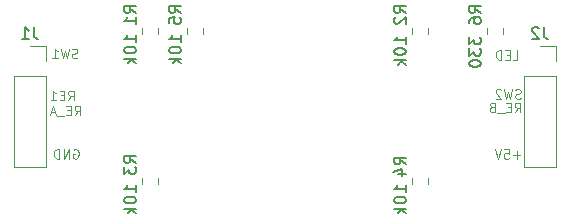
<source format=gbr>
G04 #@! TF.GenerationSoftware,KiCad,Pcbnew,(5.0.2-5)-5*
G04 #@! TF.CreationDate,2019-10-01T20:51:56+03:00*
G04 #@! TF.ProjectId,nav_panel,6e61765f-7061-46e6-956c-2e6b69636164,rev?*
G04 #@! TF.SameCoordinates,Original*
G04 #@! TF.FileFunction,Legend,Bot*
G04 #@! TF.FilePolarity,Positive*
%FSLAX46Y46*%
G04 Gerber Fmt 4.6, Leading zero omitted, Abs format (unit mm)*
G04 Created by KiCad (PCBNEW (5.0.2-5)-5) date 2019 October 01, Tuesday 20:51:56*
%MOMM*%
%LPD*%
G01*
G04 APERTURE LIST*
%ADD10C,0.120000*%
%ADD11C,0.150000*%
%ADD12C,0.130000*%
G04 APERTURE END LIST*
D10*
X168057380Y-90658904D02*
X168324047Y-90277952D01*
X168514523Y-90658904D02*
X168514523Y-89858904D01*
X168209761Y-89858904D01*
X168133571Y-89897000D01*
X168095476Y-89935095D01*
X168057380Y-90011285D01*
X168057380Y-90125571D01*
X168095476Y-90201761D01*
X168133571Y-90239857D01*
X168209761Y-90277952D01*
X168514523Y-90277952D01*
X167714523Y-90239857D02*
X167447857Y-90239857D01*
X167333571Y-90658904D02*
X167714523Y-90658904D01*
X167714523Y-89858904D01*
X167333571Y-89858904D01*
X167181190Y-90735095D02*
X166571666Y-90735095D01*
X166114523Y-90239857D02*
X166000238Y-90277952D01*
X165962142Y-90316047D01*
X165924047Y-90392238D01*
X165924047Y-90506523D01*
X165962142Y-90582714D01*
X166000238Y-90620809D01*
X166076428Y-90658904D01*
X166381190Y-90658904D01*
X166381190Y-89858904D01*
X166114523Y-89858904D01*
X166038333Y-89897000D01*
X166000238Y-89935095D01*
X165962142Y-90011285D01*
X165962142Y-90087476D01*
X166000238Y-90163666D01*
X166038333Y-90201761D01*
X166114523Y-90239857D01*
X166381190Y-90239857D01*
X168552619Y-89477809D02*
X168438333Y-89515904D01*
X168247857Y-89515904D01*
X168171666Y-89477809D01*
X168133571Y-89439714D01*
X168095476Y-89363523D01*
X168095476Y-89287333D01*
X168133571Y-89211142D01*
X168171666Y-89173047D01*
X168247857Y-89134952D01*
X168400238Y-89096857D01*
X168476428Y-89058761D01*
X168514523Y-89020666D01*
X168552619Y-88944476D01*
X168552619Y-88868285D01*
X168514523Y-88792095D01*
X168476428Y-88754000D01*
X168400238Y-88715904D01*
X168209761Y-88715904D01*
X168095476Y-88754000D01*
X167828809Y-88715904D02*
X167638333Y-89515904D01*
X167485952Y-88944476D01*
X167333571Y-89515904D01*
X167143095Y-88715904D01*
X166876428Y-88792095D02*
X166838333Y-88754000D01*
X166762142Y-88715904D01*
X166571666Y-88715904D01*
X166495476Y-88754000D01*
X166457380Y-88792095D01*
X166419285Y-88868285D01*
X166419285Y-88944476D01*
X166457380Y-89058761D01*
X166914523Y-89515904D01*
X166419285Y-89515904D01*
X167879571Y-86213904D02*
X168260523Y-86213904D01*
X168260523Y-85413904D01*
X167612904Y-85794857D02*
X167346238Y-85794857D01*
X167231952Y-86213904D02*
X167612904Y-86213904D01*
X167612904Y-85413904D01*
X167231952Y-85413904D01*
X166889095Y-86213904D02*
X166889095Y-85413904D01*
X166698619Y-85413904D01*
X166584333Y-85452000D01*
X166508142Y-85528190D01*
X166470047Y-85604380D01*
X166431952Y-85756761D01*
X166431952Y-85871047D01*
X166470047Y-86023428D01*
X166508142Y-86099619D01*
X166584333Y-86175809D01*
X166698619Y-86213904D01*
X166889095Y-86213904D01*
X168514523Y-94291142D02*
X167905000Y-94291142D01*
X168209761Y-94595904D02*
X168209761Y-93986380D01*
X167143095Y-93795904D02*
X167524047Y-93795904D01*
X167562142Y-94176857D01*
X167524047Y-94138761D01*
X167447857Y-94100666D01*
X167257380Y-94100666D01*
X167181190Y-94138761D01*
X167143095Y-94176857D01*
X167105000Y-94253047D01*
X167105000Y-94443523D01*
X167143095Y-94519714D01*
X167181190Y-94557809D01*
X167257380Y-94595904D01*
X167447857Y-94595904D01*
X167524047Y-94557809D01*
X167562142Y-94519714D01*
X166876428Y-93795904D02*
X166609761Y-94595904D01*
X166343095Y-93795904D01*
X130684571Y-93834000D02*
X130760761Y-93795904D01*
X130875047Y-93795904D01*
X130989333Y-93834000D01*
X131065523Y-93910190D01*
X131103619Y-93986380D01*
X131141714Y-94138761D01*
X131141714Y-94253047D01*
X131103619Y-94405428D01*
X131065523Y-94481619D01*
X130989333Y-94557809D01*
X130875047Y-94595904D01*
X130798857Y-94595904D01*
X130684571Y-94557809D01*
X130646476Y-94519714D01*
X130646476Y-94253047D01*
X130798857Y-94253047D01*
X130303619Y-94595904D02*
X130303619Y-93795904D01*
X129846476Y-94595904D01*
X129846476Y-93795904D01*
X129465523Y-94595904D02*
X129465523Y-93795904D01*
X129275047Y-93795904D01*
X129160761Y-93834000D01*
X129084571Y-93910190D01*
X129046476Y-93986380D01*
X129008380Y-94138761D01*
X129008380Y-94253047D01*
X129046476Y-94405428D01*
X129084571Y-94481619D01*
X129160761Y-94557809D01*
X129275047Y-94595904D01*
X129465523Y-94595904D01*
X130773428Y-90912904D02*
X131040095Y-90531952D01*
X131230571Y-90912904D02*
X131230571Y-90112904D01*
X130925809Y-90112904D01*
X130849619Y-90151000D01*
X130811523Y-90189095D01*
X130773428Y-90265285D01*
X130773428Y-90379571D01*
X130811523Y-90455761D01*
X130849619Y-90493857D01*
X130925809Y-90531952D01*
X131230571Y-90531952D01*
X130430571Y-90493857D02*
X130163904Y-90493857D01*
X130049619Y-90912904D02*
X130430571Y-90912904D01*
X130430571Y-90112904D01*
X130049619Y-90112904D01*
X129897238Y-90989095D02*
X129287714Y-90989095D01*
X129135333Y-90684333D02*
X128754380Y-90684333D01*
X129211523Y-90912904D02*
X128944857Y-90112904D01*
X128678190Y-90912904D01*
X130240095Y-89642904D02*
X130506761Y-89261952D01*
X130697238Y-89642904D02*
X130697238Y-88842904D01*
X130392476Y-88842904D01*
X130316285Y-88881000D01*
X130278190Y-88919095D01*
X130240095Y-88995285D01*
X130240095Y-89109571D01*
X130278190Y-89185761D01*
X130316285Y-89223857D01*
X130392476Y-89261952D01*
X130697238Y-89261952D01*
X129897238Y-89223857D02*
X129630571Y-89223857D01*
X129516285Y-89642904D02*
X129897238Y-89642904D01*
X129897238Y-88842904D01*
X129516285Y-88842904D01*
X128754380Y-89642904D02*
X129211523Y-89642904D01*
X128982952Y-89642904D02*
X128982952Y-88842904D01*
X129059142Y-88957190D01*
X129135333Y-89033380D01*
X129211523Y-89071476D01*
X131014714Y-86048809D02*
X130900428Y-86086904D01*
X130709952Y-86086904D01*
X130633761Y-86048809D01*
X130595666Y-86010714D01*
X130557571Y-85934523D01*
X130557571Y-85858333D01*
X130595666Y-85782142D01*
X130633761Y-85744047D01*
X130709952Y-85705952D01*
X130862333Y-85667857D01*
X130938523Y-85629761D01*
X130976619Y-85591666D01*
X131014714Y-85515476D01*
X131014714Y-85439285D01*
X130976619Y-85363095D01*
X130938523Y-85325000D01*
X130862333Y-85286904D01*
X130671857Y-85286904D01*
X130557571Y-85325000D01*
X130290904Y-85286904D02*
X130100428Y-86086904D01*
X129948047Y-85515476D01*
X129795666Y-86086904D01*
X129605190Y-85286904D01*
X128881380Y-86086904D02*
X129338523Y-86086904D01*
X129109952Y-86086904D02*
X129109952Y-85286904D01*
X129186142Y-85401190D01*
X129262333Y-85477380D01*
X129338523Y-85515476D01*
G04 #@! TO.C,R1*
X137870000Y-84081252D02*
X137870000Y-83558748D01*
X136450000Y-84081252D02*
X136450000Y-83558748D01*
G04 #@! TO.C,R2*
X159310000Y-84081252D02*
X159310000Y-83558748D01*
X160730000Y-84081252D02*
X160730000Y-83558748D01*
G04 #@! TO.C,R3*
X136450000Y-96258748D02*
X136450000Y-96781252D01*
X137870000Y-96258748D02*
X137870000Y-96781252D01*
G04 #@! TO.C,R4*
X159310000Y-96258748D02*
X159310000Y-96781252D01*
X160730000Y-96258748D02*
X160730000Y-96781252D01*
G04 #@! TO.C,R5*
X140260000Y-84081252D02*
X140260000Y-83558748D01*
X141680000Y-84081252D02*
X141680000Y-83558748D01*
G04 #@! TO.C,R6*
X167080000Y-83558748D02*
X167080000Y-84081252D01*
X165660000Y-83558748D02*
X165660000Y-84081252D01*
G04 #@! TO.C,J1*
X128330000Y-95310000D02*
X125670000Y-95310000D01*
X128330000Y-87630000D02*
X128330000Y-95310000D01*
X125670000Y-87630000D02*
X125670000Y-95310000D01*
X128330000Y-87630000D02*
X125670000Y-87630000D01*
X128330000Y-86360000D02*
X128330000Y-85030000D01*
X128330000Y-85030000D02*
X127000000Y-85030000D01*
G04 #@! TO.C,J2*
X171510000Y-85030000D02*
X170180000Y-85030000D01*
X171510000Y-86360000D02*
X171510000Y-85030000D01*
X171510000Y-87630000D02*
X168850000Y-87630000D01*
X168850000Y-87630000D02*
X168850000Y-95310000D01*
X171510000Y-87630000D02*
X171510000Y-95310000D01*
X171510000Y-95310000D02*
X168850000Y-95310000D01*
G04 #@! TO.C,R1*
D11*
X135961380Y-82256333D02*
X135485190Y-81923000D01*
X135961380Y-81684904D02*
X134961380Y-81684904D01*
X134961380Y-82065857D01*
X135009000Y-82161095D01*
X135056619Y-82208714D01*
X135151857Y-82256333D01*
X135294714Y-82256333D01*
X135389952Y-82208714D01*
X135437571Y-82161095D01*
X135485190Y-82065857D01*
X135485190Y-81684904D01*
X135961380Y-83208714D02*
X135961380Y-82637285D01*
X135961380Y-82923000D02*
X134961380Y-82923000D01*
X135104238Y-82827761D01*
X135199476Y-82732523D01*
X135247095Y-82637285D01*
D12*
X135961380Y-84748761D02*
X135961380Y-84177333D01*
X135961380Y-84463047D02*
X134961380Y-84463047D01*
X135104238Y-84367809D01*
X135199476Y-84272571D01*
X135247095Y-84177333D01*
X134961380Y-85367809D02*
X134961380Y-85463047D01*
X135009000Y-85558285D01*
X135056619Y-85605904D01*
X135151857Y-85653523D01*
X135342333Y-85701142D01*
X135580428Y-85701142D01*
X135770904Y-85653523D01*
X135866142Y-85605904D01*
X135913761Y-85558285D01*
X135961380Y-85463047D01*
X135961380Y-85367809D01*
X135913761Y-85272571D01*
X135866142Y-85224952D01*
X135770904Y-85177333D01*
X135580428Y-85129714D01*
X135342333Y-85129714D01*
X135151857Y-85177333D01*
X135056619Y-85224952D01*
X135009000Y-85272571D01*
X134961380Y-85367809D01*
X135961380Y-86129714D02*
X134961380Y-86129714D01*
X135580428Y-86224952D02*
X135961380Y-86510666D01*
X135294714Y-86510666D02*
X135675666Y-86129714D01*
G04 #@! TO.C,R2*
D11*
X158821380Y-82256333D02*
X158345190Y-81923000D01*
X158821380Y-81684904D02*
X157821380Y-81684904D01*
X157821380Y-82065857D01*
X157869000Y-82161095D01*
X157916619Y-82208714D01*
X158011857Y-82256333D01*
X158154714Y-82256333D01*
X158249952Y-82208714D01*
X158297571Y-82161095D01*
X158345190Y-82065857D01*
X158345190Y-81684904D01*
X157916619Y-82637285D02*
X157869000Y-82684904D01*
X157821380Y-82780142D01*
X157821380Y-83018238D01*
X157869000Y-83113476D01*
X157916619Y-83161095D01*
X158011857Y-83208714D01*
X158107095Y-83208714D01*
X158249952Y-83161095D01*
X158821380Y-82589666D01*
X158821380Y-83208714D01*
D12*
X158821380Y-84875761D02*
X158821380Y-84304333D01*
X158821380Y-84590047D02*
X157821380Y-84590047D01*
X157964238Y-84494809D01*
X158059476Y-84399571D01*
X158107095Y-84304333D01*
X157821380Y-85494809D02*
X157821380Y-85590047D01*
X157869000Y-85685285D01*
X157916619Y-85732904D01*
X158011857Y-85780523D01*
X158202333Y-85828142D01*
X158440428Y-85828142D01*
X158630904Y-85780523D01*
X158726142Y-85732904D01*
X158773761Y-85685285D01*
X158821380Y-85590047D01*
X158821380Y-85494809D01*
X158773761Y-85399571D01*
X158726142Y-85351952D01*
X158630904Y-85304333D01*
X158440428Y-85256714D01*
X158202333Y-85256714D01*
X158011857Y-85304333D01*
X157916619Y-85351952D01*
X157869000Y-85399571D01*
X157821380Y-85494809D01*
X158821380Y-86256714D02*
X157821380Y-86256714D01*
X158440428Y-86351952D02*
X158821380Y-86637666D01*
X158154714Y-86637666D02*
X158535666Y-86256714D01*
G04 #@! TO.C,R3*
D11*
X135962380Y-94956333D02*
X135486190Y-94623000D01*
X135962380Y-94384904D02*
X134962380Y-94384904D01*
X134962380Y-94765857D01*
X135010000Y-94861095D01*
X135057619Y-94908714D01*
X135152857Y-94956333D01*
X135295714Y-94956333D01*
X135390952Y-94908714D01*
X135438571Y-94861095D01*
X135486190Y-94765857D01*
X135486190Y-94384904D01*
X134962380Y-95289666D02*
X134962380Y-95908714D01*
X135343333Y-95575380D01*
X135343333Y-95718238D01*
X135390952Y-95813476D01*
X135438571Y-95861095D01*
X135533809Y-95908714D01*
X135771904Y-95908714D01*
X135867142Y-95861095D01*
X135914761Y-95813476D01*
X135962380Y-95718238D01*
X135962380Y-95432523D01*
X135914761Y-95337285D01*
X135867142Y-95289666D01*
D12*
X135961380Y-97448761D02*
X135961380Y-96877333D01*
X135961380Y-97163047D02*
X134961380Y-97163047D01*
X135104238Y-97067809D01*
X135199476Y-96972571D01*
X135247095Y-96877333D01*
X134961380Y-98067809D02*
X134961380Y-98163047D01*
X135009000Y-98258285D01*
X135056619Y-98305904D01*
X135151857Y-98353523D01*
X135342333Y-98401142D01*
X135580428Y-98401142D01*
X135770904Y-98353523D01*
X135866142Y-98305904D01*
X135913761Y-98258285D01*
X135961380Y-98163047D01*
X135961380Y-98067809D01*
X135913761Y-97972571D01*
X135866142Y-97924952D01*
X135770904Y-97877333D01*
X135580428Y-97829714D01*
X135342333Y-97829714D01*
X135151857Y-97877333D01*
X135056619Y-97924952D01*
X135009000Y-97972571D01*
X134961380Y-98067809D01*
X135961380Y-98829714D02*
X134961380Y-98829714D01*
X135580428Y-98924952D02*
X135961380Y-99210666D01*
X135294714Y-99210666D02*
X135675666Y-98829714D01*
G04 #@! TO.C,R4*
D11*
X158821380Y-95083333D02*
X158345190Y-94750000D01*
X158821380Y-94511904D02*
X157821380Y-94511904D01*
X157821380Y-94892857D01*
X157869000Y-94988095D01*
X157916619Y-95035714D01*
X158011857Y-95083333D01*
X158154714Y-95083333D01*
X158249952Y-95035714D01*
X158297571Y-94988095D01*
X158345190Y-94892857D01*
X158345190Y-94511904D01*
X158154714Y-95940476D02*
X158821380Y-95940476D01*
X157773761Y-95702380D02*
X158488047Y-95464285D01*
X158488047Y-96083333D01*
D12*
X158821380Y-97448761D02*
X158821380Y-96877333D01*
X158821380Y-97163047D02*
X157821380Y-97163047D01*
X157964238Y-97067809D01*
X158059476Y-96972571D01*
X158107095Y-96877333D01*
X157821380Y-98067809D02*
X157821380Y-98163047D01*
X157869000Y-98258285D01*
X157916619Y-98305904D01*
X158011857Y-98353523D01*
X158202333Y-98401142D01*
X158440428Y-98401142D01*
X158630904Y-98353523D01*
X158726142Y-98305904D01*
X158773761Y-98258285D01*
X158821380Y-98163047D01*
X158821380Y-98067809D01*
X158773761Y-97972571D01*
X158726142Y-97924952D01*
X158630904Y-97877333D01*
X158440428Y-97829714D01*
X158202333Y-97829714D01*
X158011857Y-97877333D01*
X157916619Y-97924952D01*
X157869000Y-97972571D01*
X157821380Y-98067809D01*
X158821380Y-98829714D02*
X157821380Y-98829714D01*
X158440428Y-98924952D02*
X158821380Y-99210666D01*
X158154714Y-99210666D02*
X158535666Y-98829714D01*
G04 #@! TO.C,R5*
D11*
X139771380Y-82256333D02*
X139295190Y-81923000D01*
X139771380Y-81684904D02*
X138771380Y-81684904D01*
X138771380Y-82065857D01*
X138819000Y-82161095D01*
X138866619Y-82208714D01*
X138961857Y-82256333D01*
X139104714Y-82256333D01*
X139199952Y-82208714D01*
X139247571Y-82161095D01*
X139295190Y-82065857D01*
X139295190Y-81684904D01*
X138771380Y-83161095D02*
X138771380Y-82684904D01*
X139247571Y-82637285D01*
X139199952Y-82684904D01*
X139152333Y-82780142D01*
X139152333Y-83018238D01*
X139199952Y-83113476D01*
X139247571Y-83161095D01*
X139342809Y-83208714D01*
X139580904Y-83208714D01*
X139676142Y-83161095D01*
X139723761Y-83113476D01*
X139771380Y-83018238D01*
X139771380Y-82780142D01*
X139723761Y-82684904D01*
X139676142Y-82637285D01*
D12*
X139772380Y-84748761D02*
X139772380Y-84177333D01*
X139772380Y-84463047D02*
X138772380Y-84463047D01*
X138915238Y-84367809D01*
X139010476Y-84272571D01*
X139058095Y-84177333D01*
X138772380Y-85367809D02*
X138772380Y-85463047D01*
X138820000Y-85558285D01*
X138867619Y-85605904D01*
X138962857Y-85653523D01*
X139153333Y-85701142D01*
X139391428Y-85701142D01*
X139581904Y-85653523D01*
X139677142Y-85605904D01*
X139724761Y-85558285D01*
X139772380Y-85463047D01*
X139772380Y-85367809D01*
X139724761Y-85272571D01*
X139677142Y-85224952D01*
X139581904Y-85177333D01*
X139391428Y-85129714D01*
X139153333Y-85129714D01*
X138962857Y-85177333D01*
X138867619Y-85224952D01*
X138820000Y-85272571D01*
X138772380Y-85367809D01*
X139772380Y-86129714D02*
X138772380Y-86129714D01*
X139391428Y-86224952D02*
X139772380Y-86510666D01*
X139105714Y-86510666D02*
X139486666Y-86129714D01*
G04 #@! TO.C,R6*
D11*
X165172380Y-82256333D02*
X164696190Y-81923000D01*
X165172380Y-81684904D02*
X164172380Y-81684904D01*
X164172380Y-82065857D01*
X164220000Y-82161095D01*
X164267619Y-82208714D01*
X164362857Y-82256333D01*
X164505714Y-82256333D01*
X164600952Y-82208714D01*
X164648571Y-82161095D01*
X164696190Y-82065857D01*
X164696190Y-81684904D01*
X164172380Y-83113476D02*
X164172380Y-82923000D01*
X164220000Y-82827761D01*
X164267619Y-82780142D01*
X164410476Y-82684904D01*
X164600952Y-82637285D01*
X164981904Y-82637285D01*
X165077142Y-82684904D01*
X165124761Y-82732523D01*
X165172380Y-82827761D01*
X165172380Y-83018238D01*
X165124761Y-83113476D01*
X165077142Y-83161095D01*
X164981904Y-83208714D01*
X164743809Y-83208714D01*
X164648571Y-83161095D01*
X164600952Y-83113476D01*
X164553333Y-83018238D01*
X164553333Y-82827761D01*
X164600952Y-82732523D01*
X164648571Y-82684904D01*
X164743809Y-82637285D01*
D12*
X164171380Y-84312285D02*
X164171380Y-84931333D01*
X164552333Y-84598000D01*
X164552333Y-84740857D01*
X164599952Y-84836095D01*
X164647571Y-84883714D01*
X164742809Y-84931333D01*
X164980904Y-84931333D01*
X165076142Y-84883714D01*
X165123761Y-84836095D01*
X165171380Y-84740857D01*
X165171380Y-84455142D01*
X165123761Y-84359904D01*
X165076142Y-84312285D01*
X164171380Y-85264666D02*
X164171380Y-85883714D01*
X164552333Y-85550380D01*
X164552333Y-85693238D01*
X164599952Y-85788476D01*
X164647571Y-85836095D01*
X164742809Y-85883714D01*
X164980904Y-85883714D01*
X165076142Y-85836095D01*
X165123761Y-85788476D01*
X165171380Y-85693238D01*
X165171380Y-85407523D01*
X165123761Y-85312285D01*
X165076142Y-85264666D01*
X164171380Y-86502761D02*
X164171380Y-86598000D01*
X164219000Y-86693238D01*
X164266619Y-86740857D01*
X164361857Y-86788476D01*
X164552333Y-86836095D01*
X164790428Y-86836095D01*
X164980904Y-86788476D01*
X165076142Y-86740857D01*
X165123761Y-86693238D01*
X165171380Y-86598000D01*
X165171380Y-86502761D01*
X165123761Y-86407523D01*
X165076142Y-86359904D01*
X164980904Y-86312285D01*
X164790428Y-86264666D01*
X164552333Y-86264666D01*
X164361857Y-86312285D01*
X164266619Y-86359904D01*
X164219000Y-86407523D01*
X164171380Y-86502761D01*
G04 #@! TO.C,J1*
D11*
X127333333Y-83482380D02*
X127333333Y-84196666D01*
X127380952Y-84339523D01*
X127476190Y-84434761D01*
X127619047Y-84482380D01*
X127714285Y-84482380D01*
X126333333Y-84482380D02*
X126904761Y-84482380D01*
X126619047Y-84482380D02*
X126619047Y-83482380D01*
X126714285Y-83625238D01*
X126809523Y-83720476D01*
X126904761Y-83768095D01*
G04 #@! TO.C,J2*
X170513333Y-83482380D02*
X170513333Y-84196666D01*
X170560952Y-84339523D01*
X170656190Y-84434761D01*
X170799047Y-84482380D01*
X170894285Y-84482380D01*
X170084761Y-83577619D02*
X170037142Y-83530000D01*
X169941904Y-83482380D01*
X169703809Y-83482380D01*
X169608571Y-83530000D01*
X169560952Y-83577619D01*
X169513333Y-83672857D01*
X169513333Y-83768095D01*
X169560952Y-83910952D01*
X170132380Y-84482380D01*
X169513333Y-84482380D01*
G04 #@! TD*
M02*

</source>
